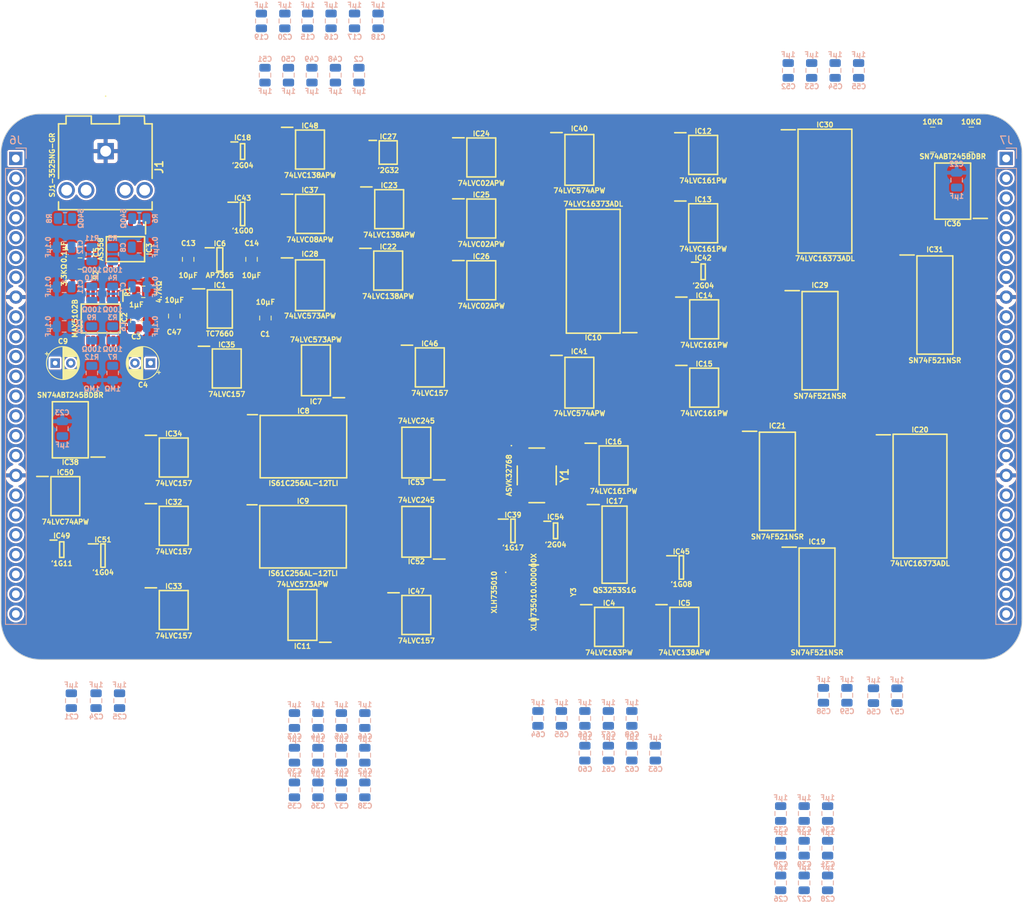
<source format=kicad_pcb>
(kicad_pcb (version 20221018) (generator pcbnew)
  (layers (0 "F.Cu" signal) (31 "B.Cu" signal) (36 "B.SilkS" user "B.Silkscreen") (37 "F.SilkS" user "F.Silkscreen") (38 "B.Mask" user) (39 "F.Mask" user) (44 "Edge.Cuts" user))
  (net 0 "")
  (net 1 "Net-(IC1-CAP+)")
  (net 2 "Net-(IC1-CAP-)")
  (net 3 "/Sound Clock/GND")
  (net 4 "/Sound Clock/-5V")
  (net 5 "/Sound Clock/5V")
  (net 6 "Net-(IC2-OUTA)")
  (net 7 "Net-(C4-Pad2)")
  (net 8 "Net-(IC2-REF)")
  (net 9 "Net-(C6-Pad2)")
  (net 10 "Net-(C7-Pad2)")
  (net 11 "Net-(IC3-IN_1+)")
  (net 12 "Net-(IC2-OUTB)")
  (net 13 "Net-(C9-Pad2)")
  (net 14 "Net-(C10-Pad2)")
  (net 15 "Net-(C11-Pad2)")
  (net 16 "Net-(IC3-IN_2+)")
  (net 17 "/Sound Clock/3.3V")
  (net 20 "/Sound Clock/MAX_{~{WR}}")
  (net 21 "/Sound Clock/MAX7")
  (net 22 "/Sound Clock/MAX6")
  (net 23 "/Sound Clock/MAX5")
  (net 24 "/Sound Clock/MAX4")
  (net 25 "/Sound Clock/MAX3")
  (net 26 "/Sound Clock/MAX2")
  (net 27 "/Sound Clock/MAX1")
  (net 28 "/Sound Clock/MAX0")
  (net 29 "/Sound Clock/MAX_{A0}")
  (net 30 "Net-(IC3-IN_1-)")
  (net 31 "Net-(IC3-IN_2-)")
  (net 32 "/Sound Clock/~{CLK}")
  (net 33 "/Sound Clock/10MHz")
  (net 34 "/Sound Clock/Q3")
  (net 35 "/Sound Clock/Q2")
  (net 36 "/Sound Clock/Q1")
  (net 37 "/Sound Clock/Q0")
  (net 40 "/Sound Clock/~{WR}_{B}")
  (net 42 "/Sound Clock/~{WR}_{A}")
  (net 45 "/Sound Clock/DA0")
  (net 46 "/Sound Clock/DA1")
  (net 47 "/Sound Clock/DA2")
  (net 48 "/Sound Clock/DA3")
  (net 49 "/Sound Clock/DA4")
  (net 50 "/Sound Clock/DA5")
  (net 51 "/Sound Clock/DA6")
  (net 52 "/Sound Clock/DA7")
  (net 53 "/Sound Clock/Sound Address")
  (net 54 "/Sound Clock/A ~{OE}")
  (net 55 "/Sound Clock/M11")
  (net 56 "/Sound Clock/M9")
  (net 57 "/Sound Clock/M8")
  (net 58 "/Sound Clock/M13")
  (net 59 "/Sound Clock/A ~{WE}")
  (net 60 "/Sound Clock/M14")
  (net 61 "/Sound Clock/M12")
  (net 62 "/Sound Clock/M7")
  (net 63 "/Sound Clock/M6")
  (net 64 "/Sound Clock/M5")
  (net 65 "/Sound Clock/M4")
  (net 66 "/Sound Clock/M3")
  (net 67 "/Sound Clock/M2")
  (net 68 "/Sound Clock/M1")
  (net 69 "/Sound Clock/M0")
  (net 70 "/Sound Clock/B ~{OE}")
  (net 71 "/Sound Clock/M10")
  (net 72 "/Sound Clock/B ~{WE}")
  (net 73 "/Sound Clock/~{Sound Address}")
  (net 74 "/Sound Clock/DB0")
  (net 75 "/Sound Clock/DB1")
  (net 76 "/Sound Clock/DB2")
  (net 77 "/Sound Clock/DB3")
  (net 78 "/Sound Clock/DB4")
  (net 79 "/Sound Clock/DB5")
  (net 80 "/Sound Clock/DB6")
  (net 81 "/Sound Clock/DB7")
  (net 82 "/Sound Clock/~{CPU Address}")
  (net 83 "/Sound Clock/LC0")
  (net 84 "/Sound Clock/LC1")
  (net 85 "/Sound Clock/LC2")
  (net 86 "/Sound Clock/LC3")
  (net 87 "/Sound Clock/LC4")
  (net 88 "/Sound Clock/LC5")
  (net 89 "/Sound Clock/LC6")
  (net 90 "/Sound Clock/LC7")
  (net 91 "/Sound Clock/LC8")
  (net 92 "/Sound Clock/LC9")
  (net 93 "/Sound Clock/LC10")
  (net 94 "/Sound Clock/LC11")
  (net 95 "/Sound Clock/LC12")
  (net 96 "/Sound Clock/LC13")
  (net 97 "/Sound Clock/LC14")
  (net 98 "/Sound Clock/Write Start Address High")
  (net 99 "/Sound Clock/D7")
  (net 100 "/Sound Clock/D6")
  (net 101 "/Sound Clock/D5")
  (net 102 "/Sound Clock/D4")
  (net 103 "/Sound Clock/D3")
  (net 104 "/Sound Clock/D2")
  (net 105 "/Sound Clock/D1")
  (net 106 "/Sound Clock/D0")
  (net 107 "/Sound Clock/Write Start Address Low")
  (net 108 "/Sound Clock/~{Reset}")
  (net 109 "/Sound Clock/CLK")
  (net 110 "/Sound Clock/C3")
  (net 111 "/Sound Clock/C2")
  (net 112 "/Sound Clock/C1")
  (net 113 "/Sound Clock/C0")
  (net 114 "/Sound Clock/TC_{0..3}")
  (net 115 "/Sound Clock/C7")
  (net 116 "/Sound Clock/C6")
  (net 117 "/Sound Clock/C5")
  (net 118 "/Sound Clock/C4")
  (net 119 "/Sound Clock/TC_{4..7}")
  (net 120 "/Sound Clock/C11")
  (net 121 "/Sound Clock/C10")
  (net 122 "/Sound Clock/C9")
  (net 123 "/Sound Clock/C8")
  (net 124 "/Sound Clock/TC_{8..11}")
  (net 126 "/Sound Clock/C14")
  (net 127 "/Sound Clock/C13")
  (net 128 "/Sound Clock/C12")
  (net 129 "/Sound Clock/32KHz")
  (net 131 "/Sound Clock/4KHz")
  (net 132 "/Sound Clock/8KHz")
  (net 133 "/Sound Clock/16KHz")
  (net 136 "/Sound Clock/Device ~{CS}")
  (net 137 "/Sound Clock/CPU A ~{OE}")
  (net 138 "/Sound Clock/CPU A ~{WE}")
  (net 140 "/Sound Clock/Device CS")
  (net 141 "Net-(IC19-~{OE})")
  (net 142 "/Sound Clock/EC8")
  (net 143 "/Sound Clock/EC9")
  (net 144 "/Sound Clock/EC10")
  (net 145 "/Sound Clock/EC11")
  (net 146 "/Sound Clock/EC12")
  (net 147 "/Sound Clock/EC13")
  (net 148 "/Sound Clock/EC14")
  (net 149 "/Sound Clock/EC0")
  (net 150 "/Sound Clock/EC1")
  (net 151 "/Sound Clock/EC2")
  (net 152 "/Sound Clock/EC3")
  (net 153 "/Sound Clock/EC4")
  (net 154 "/Sound Clock/EC5")
  (net 155 "/Sound Clock/EC6")
  (net 156 "/Sound Clock/EC7")
  (net 158 "/Sound Clock/Write End Address High")
  (net 159 "/Sound Clock/Write End Address Low")
  (net 160 "/Sound Clock/A0")
  (net 161 "/Sound Clock/A1")
  (net 162 "/Sound Clock/A2")
  (net 163 "/Sound Clock/A3")
  (net 164 "/Sound Clock/Write Interrupt Address High ~{CS}")
  (net 165 "/Sound Clock/Write Interrupt Address Low ~{CS}")
  (net 166 "/Sound Clock/Write End Address High ~{CS}")
  (net 167 "/Sound Clock/Write End Address Low ~{CS}")
  (net 168 "/Sound Clock/Write Start Address High ~{CS}")
  (net 169 "/Sound Clock/Write Start Address Low ~{CS}")
  (net 170 "/Sound Clock/Read Address High ~{CS}")
  (net 171 "/Sound Clock/Read Address Low ~{CS}")
  (net 172 "/Sound Clock/~{WD}")
  (net 173 "/Sound Clock/Write Interrupt Address Low")
  (net 174 "/Sound Clock/Write Interrupt Address High")
  (net 175 "/Sound Clock/~{RD}")
  (net 176 "/Sound Clock/Read Address Low")
  (net 177 "/Sound Clock/Read Address High")
  (net 185 "/Sound Clock/IC0")
  (net 186 "/Sound Clock/IC1")
  (net 187 "/Sound Clock/IC2")
  (net 188 "/Sound Clock/IC3")
  (net 189 "/Sound Clock/IC4")
  (net 190 "/Sound Clock/IC5")
  (net 191 "/Sound Clock/IC6")
  (net 192 "/Sound Clock/IC7")
  (net 193 "Net-(IC29-~{P=Q})")
  (net 194 "/Sound Clock/IC8")
  (net 195 "/Sound Clock/IC9")
  (net 196 "/Sound Clock/IC10")
  (net 197 "/Sound Clock/IC11")
  (net 198 "/Sound Clock/IC12")
  (net 199 "/Sound Clock/IC13")
  (net 200 "/Sound Clock/IC14")
  (net 202 "/Sound Clock/A4")
  (net 203 "/Sound Clock/A5")
  (net 204 "/Sound Clock/A6")
  (net 205 "/Sound Clock/A7")
  (net 206 "/Sound Clock/A8")
  (net 207 "/Sound Clock/A9")
  (net 208 "/Sound Clock/A10")
  (net 209 "/Sound Clock/A11")
  (net 210 "/Sound Clock/A12")
  (net 211 "/Sound Clock/A13")
  (net 212 "/Sound Clock/A14")
  (net 214 "/Sound Clock/D7_{IN{slash}OUT}")
  (net 215 "/Sound Clock/D6_{IN{slash}OUT}")
  (net 216 "/Sound Clock/D5_{IN{slash}OUT}")
  (net 217 "/Sound Clock/D4_{IN{slash}OUT}")
  (net 218 "/Sound Clock/D3_{IN{slash}OUT}")
  (net 219 "/Sound Clock/D2_{IN{slash}OUT}")
  (net 220 "/Sound Clock/D1_{IN{slash}OUT}")
  (net 221 "/Sound Clock/D0_{IN{slash}OUT}")
  (net 222 "/Sound Clock/~{Reset} _{IN}")
  (net 223 "/Sound Clock/~{WD}_{IN}")
  (net 224 "/Sound Clock/~{RD}_{IN}")
  (net 225 "/Sound Clock/A16")
  (net 227 "/Sound Clock/~{Read Address Low}")
  (net 228 "/Sound Clock/~{Read Address High}")
  (net 229 "/Sound Clock/CPU B ~{OE}")
  (net 230 "/Sound Clock/CPU B ~{WE}")
  (net 233 "/Sound Clock/Line Out Right")
  (net 234 "/Sound Clock/Line Out Left")
  (net 246 "/Sound Clock/A15")
  (net 258 "/Sound Clock/Enable")
  (net 259 "/Sound Clock/~{End} _{CMP}")
  (net 260 "/Sound Clock/Clock Select _{S1}")
  (net 261 "/Sound Clock/Clock Select _{S0}")
  (net 262 "/Sound Clock/Write Flags ~{CS}")
  (net 263 "/Sound Clock/Clear Interrupt ~{CS}")
  (net 264 "/Sound Clock/Reset Disable ~{CS}")
  (net 269 "/Sound Clock/Clear Interrupt")
  (net 270 "/Sound Clock/Write Flags")
  (net 271 "/Sound Clock/Interrupt Enable")
  (net 272 "/Sound Clock/~{Interrupt} _{CMP}")
  (net 273 "/Sound Clock/Device ~{CS} _{IN}")
  (net 274 "Net-(IC49-Y)")
  (net 275 "/Sound Clock/~{Clear Interrupt}")
  (net 279 "/Sound Clock/Config ~{CS}")
  (net 281 "Net-(IC27A-1B)")
  (net 282 "Net-(IC28-Q2)")
  (net 283 "/Sound Clock/CPU A ~{OE}·~{WE}")
  (net 284 "/Sound Clock/CPU B ~{OE}·~{WE}")
  (net 290 "/Sound Clock/~{Enable} _{OUT}")
  (net 291 "/Sound Clock/~{Q3}")
  (net 292 "Net-(IC17-YA)")
  (net 294 "/Sound Clock/~{Interrupt} _{OUT}")
  (footprint "SamacSys_Parts:SOP64P1025X280-48N" (layer "F.Cu") (at 185.039 47.371)
    (fp_text reference "IC30")
    (fp_text value "74LVC16373ADL,118" hide)
  )
  (footprint "SamacSys_Parts:SOP65P640X110-16N" (layer "F.Cu") (at 169.549 72.573)
    (fp_text reference "IC15")
    (fp_text value "74LVC161PW,112" hide)
  )
  (footprint "SamacSys_Parts:SOP65P640X120-20N" (layer "F.Cu") (at 132.639 91.059 180)
    (fp_text reference "IC52")
    (fp_text value "74LVC245AT20" hide)
  )
  (footprint "SamacSys_Parts:SOIC127P602X173-16N" (layer "F.Cu") (at 158.057 92.71)
    (fp_text reference "IC17")
    (fp_text value "QS3253S1G")
  )
  (footprint "SamacSys_Parts:SOIC127P780X200-20N" (layer "F.Cu") (at 178.943 84.582)
    (fp_text reference "IC21")
    (fp_text value "SN74F521NSR")
  )
  (footprint "SamacSys_Parts:SOP65P640X110-16N" (layer "F.Cu") (at 118.999 42.037)
    (fp_text reference "IC48")
    (fp_text value "74LVC138APW-Q100J" hide)
  )
  (footprint "SamacSys_Parts:C_0805" (layer "F.Cu") (at 89.495002 55.198002 -90)
    (fp_text reference "C5")
    (fp_text value "0.1μF")
  )
  (footprint "SamacSys_Parts:SOP64P1025X280-48N" (layer "F.Cu") (at 155.324001 57.65 180)
    (fp_text reference "IC10")
    (fp_text value "74LVC16373ADL,118" hide)
  )
  (footprint "SamacSys_Parts:C_0805" (layer "F.Cu") (at 101.6 63.373 180)
    (fp_text reference "C47")
    (fp_text value "10µF")
  )
  (footprint "SamacSys_Parts:SOP65P640X110-16N" (layer "F.Cu") (at 134.366 69.977)
    (fp_text reference "IC46")
    (fp_text value "74LVC157APW,118" hide)
  )
  (footprint "SamacSys_Parts:C_0805" (layer "F.Cu") (at 113.284 63.627 180)
    (fp_text reference "C1")
    (fp_text value "10µF")
  )
  (footprint "SamacSys_Parts:SOP65P640X110-20N" (layer "F.Cu") (at 118.034 101.727 180)
    (fp_text reference "IC11")
    (fp_text value "74LVC573APW,118" hide)
  )
  (footprint "SamacSys_Parts:SOP65P640X110-16N" (layer "F.Cu") (at 129.028 57.557)
    (fp_text reference "IC22")
    (fp_text value "74LVC138APW-Q100J" hide)
  )
  (footprint "SamacSys_Parts:SOP65P640X110-20N" (layer "F.Cu") (at 153.547001 71.938)
    (fp_text reference "IC41")
    (fp_text value "74LVC574APW,118" hide)
  )
  (footprint "SamacSys_Parts:SOP65P640X110-20N" (layer "F.Cu") (at 119.761 70.358 180)
    (fp_text reference "IC7")
    (fp_text value "74LVC573APW,118" hide)
  )
  (footprint "SamacSys_Parts:C_0805" (layer "F.Cu") (at 111.506 56.134)
    (fp_text reference "C14")
    (fp_text value "10µF")
  )
  (footprint "SamacSys_Parts:SOP65P210X110-6N" (layer "F.Cu") (at 110.363 42.291)
    (fp_text reference "IC18")
    (fp_text value "74LVC2G04GW-Q100H" hide)
  )
  (footprint "SamacSys_Parts:SOP65P210X110-6N" (layer "F.Cu") (at 87.168 93.345)
    (fp_text reference "IC49")
    (fp_text value "74LVC1G11GW-Q100H" hide)
  )
  (footprint "SamacSys_Parts:SOIC127P780X200-20N" (layer "F.Cu") (at 199.136 61.976)
    (fp_text reference "IC31")
    (fp_text value "SN74F521NSR")
  )
  (footprint "SamacSys_Parts:C_0805" (layer "F.Cu") (at 103.378 56.134)
    (fp_text reference "C13")
    (fp_text value "10µF")
  )
  (footprint "SamacSys_Parts:C_0805" (layer "F.Cu") (at 96.734002 63.961001 180)
    (fp_text reference "C3")
    (fp_text value "1μF")
  )
  (footprint "SamacSys_Parts:CAY16-J4" (layer "F.Cu") (at 198.882 40.767 180)
    (fp_text reference "RN2" hide)
    (fp_text value "CAY16-103J4LF" hide)
  )
  (footprint "SamacSys_Parts:SOP65P640X110-20N" (layer "F.Cu") (at 118.999 59.436)
    (fp_text reference "IC28")
    (fp_text value "74LVC573APW,118" hide)
  )
  (footprint "SamacSys_Parts:SOP65P640X110-16N" (layer "F.Cu") (at 157.353 103.251)
    (fp_text reference "IC4")
    (fp_text value "74LVC163PW,118" hide)
  )
  (footprint "SamacSys_Parts:SOP65P780X200-20N" (layer "F.Cu") (at 88.265 77.978 180)
    (fp_text reference "IC38")
    (fp_text value "SN74ABT245BDBR")
  )
  (footprint "SamacSys_Parts:SOP65P640X110-16N" (layer "F.Cu") (at 169.549001 63.81)
    (fp_text reference "IC14")
    (fp_text value "74LVC161PW,112" hide)
  )
  (footprint "SamacSys_Parts:SOP65P400X110-8N" (layer "F.Cu") (at 129.032 42.418)
    (fp_text reference "IC27")
    (fp_text value "74LVC2G32DP,125" hide)
  )
  (footprint "SamacSys_Parts:SOP64P1025X280-48N" (layer "F.Cu") (at 197.231 86.487)
    (fp_text reference "IC20")
    (fp_text value "74LVC16373ADL,118" hide)
  )
  (footprint "SamacSys_Parts:SOP65P640X110-16N" (layer "F.Cu") (at 101.524 101.092)
    (fp_text reference "IC33")
    (fp_text value "74LVC157APW,118" hide)
  )
  (footprint "SamacSys_Parts:R_0805" (layer "F.Cu") (at 97.623001 60.277999 90)
    (fp_text reference "R1")
    (fp_text value "4.7KΩ")
  )
  (footprint "SamacSys_Parts:R_0805" (layer "F.Cu") (at 89.495002 58.119001 -90)
    (fp_text reference "R2")
    (fp_text value "3.3KΩ")
  )
  (footprint "SamacSys_Parts:SOP65P640X110-14N" (layer "F.Cu") (at 140.97 58.801)
    (fp_text reference "IC26")
    (fp_text value "74LVC02APW,118" hide)
  )
  (footprint "SamacSys_Parts:SOIC127P600X175-8N" (layer "F.Cu") (at 95.337003 54.817001 -90)
    (fp_text reference "IC3")
    (fp_text value "AS358AMTR-G1" hide)
  )
  (footprint "SamacSys_Parts:SOP65P640X110-14N" (layer "F.Cu") (at 118.999 50.292)
    (fp_text reference "IC37")
    (fp_text value "74LVC08APW,112" hide)
  )
  (footprint "Capacitor_THT:CP_Radial_D4.0mm_P2.00mm" (layer "F.Cu") (at 86.320002 69.422001)
    (fp_text reference "C9")
    (fp_text value "C_Polarized")
  )
  (footprint "SamacSys_Parts:SOT95P285X130-5N" (layer "F.Cu") (at 107.442 56.134)
    (fp_text reference "IC6")
    (fp_text value "AP7365-33WG-7" hide)
  )
  (footprint "SamacSys_Parts:SOP65P640X110-14N" (layer "F.Cu") (at 87.63 86.487)
    (fp_text reference "IC50")
    (fp_text value "74LVC74APW,118" hide)
  )
  (footprint "SamacSys_Parts:SOP65P640X110-16N" (layer "F.Cu") (at 169.422001 51.491)
    (fp_text reference "IC13")
    (fp_text value "74LVC161PW,112" hide)
  )
  (footprint "SamacSys_Parts:SOP65P210X110-6N" (layer "F.Cu") (at 150.495 90.932)
    (fp_text reference "IC54")
    (fp_text value "74LVC2G04GW-Q100H" hide)
  )
  (footprint "SamacSys_Parts:SJ13525NGGR" (layer "F.Cu") (at 92.797 42.244 -90)
    (fp_text reference "J1")
    (fp_text value "SJ1-3525NG-GR")
  )
  (footprint "NetTie:NetTie-2_SMD_Pad0.5mm" (layer "F.Cu") (at 160.274 103.505 180)
    (fp_text reference "NT1" hide)
    (fp_text value "NetTie" hide)
  )
  (footprint "SamacSys_Parts:SOP65P210X110-6N" (layer "F.Cu") (at 169.422001 57.714)
    (fp_text reference "IC42")
    (fp_text value "74LVC2G04GW-Q100H" hide)
  )
  (footprint "SamacSys_Parts:XLH735010000000X" (layer "F.Cu") (at 147.701 98.806 -90)
    (fp_text reference "Y3")
    (fp_text value "XLH735010.000000X")
  )
  (footprint "SamacSys_Parts:SOT95P275X110-5N" (layer "F.Cu") (at 145.034 90.932)
    (fp_text reference "IC39")
    (fp_text value "74LVC1G17GV,125" hide)
  )
  (footprint "SamacSys_Parts:SOP65P640X110-14N" (layer "F.Cu") (at 140.97 43.053)
    (fp_text reference "IC24")
    (fp_text value "74LVC02APW,118" hide)
  )
  (footprint "SamacSys_Parts:SOP65P640X110-16N" (layer "F.Cu") (at 101.524 90.297)
    (fp_text reference "IC32")
    (fp_text value "74LVC157APW,118" hide)
  )
  (footprint "SamacSys_Parts:SOP65P640X110-16N" (layer "F.Cu") (at 92.162 63.707002 -90)
    (fp_text reference "IC2")
    (fp_text value "MAX5102BEUE+T" hide)
  )
  (footprint "SamacSys_Parts:SOP65P640X110-16N" (layer "F.Cu") (at 132.639 101.727)
    (fp_text reference "IC47")
    (fp_text value "74LVC157APW,118" hide)
  )
  (footprint "SamacSys_Parts:SOP65P780X200-20N" (layer "F.Cu") (at 201.422 47.371 180)
    (fp_text reference "IC36")
    (fp_text value "SN74ABT245BDBR")
  )
  (footprint "SamacSys_Parts:SOP65P640X120-20N" (layer "F.Cu") (at 132.639 80.899 180)
    (fp_text reference "IC53")
    (fp_text value "74LVC245AT20" hide)
  )
  (footprint "SamacSys_Parts:SOIC127P780X200-20N" (layer "F.Cu") (at 184.023 99.441)
    (fp_text reference "IC19")
    (fp_text value "SN74F521NSR")
  )
  (footprint "SamacSys_Parts:SOP65P640X110-16N" (layer "F.Cu") (at 108.327 70.115)
    (fp_text reference "IC35")
    (fp_text value "74LVC157APW,118" hide)
  )
  (footprint "SamacSys_Parts:SOP65P640X110-16N" (layer "F.Cu") (at 101.524 81.534)
    (fp_text reference "IC34")
    (fp_text value "74LVC157APW,118" hide)
  )
  (footprint "SamacSys_Parts:SOP65P640X110-14N" (layer "F.Cu") (at 140.97 50.881)
    (fp_text reference "IC25")
    (fp_text value "74LVC02APW,118" hide)
  )
  (footprint "SamacSys_Parts:SOP55P1340X120-28N" (layer "F.Cu") (at 118.11 91.694)
    (fp_text reference "IC9")
    (fp_text value "IS61C256AL-12TLI")
  )
  (footprint "SamacSys_Parts:SOIC127P780X200-20N" (layer "F.Cu") (at 184.404 66.548)
    (fp_text reference "IC29")
    (fp_text value "SN74F521NSR")
  )
  (footprint "SamacSys_Parts:SOT95P275X110-5N" (layer "F.Cu") (at 166.624 95.631)
    (fp_text reference "IC45")
    (fp_text value "74LVC1G08GV,125" hide)
  )
  (footprint "SamacSys_Parts:SOP65P640X110-16N" (layer "F.Cu") (at 157.93 82.55)
    (fp_text reference "IC16")
    (fp_text value "74LVC161PW,112" hide)
  )
  (footprint "SamacSys_Parts:ASVK32768KHZLJT" (layer "F.Cu") (at 148.082 83.82 -90)
    (fp_text reference "Y1")
    (fp_text value "ASVK-32.768KHZ-LJT" hide)
  )
  (footprint "SamacSys_Parts:SOP55P1340X120-28N" (layer "F.Cu") (at 118.161 80.137)
    (fp_text reference "IC8")
    (fp_text value "IS61C256AL-12TLI")
  )
  (footprint "Capacitor_THT:CP_Radial_D4.0mm_P2.00mm" (layer "F.Cu") (at 98.552198 69.422001 180)
    (fp_text reference "C4")
    (fp_text value "C_Polarized")
  )
  (footprint "SamacSys_Parts:CAY16-J4" (layer "F.Cu") (at 203.835 40.767 180)
    (fp_text reference "RN1" hide)
    (fp_text value "CAY16-103J4LF" hide)
  )
  (footprint "SamacSys_Parts:SOIC127P600X175-8N" (layer "F.Cu") (at 107.442 62.484)
    (fp_text reference "IC1")
    (fp_text value "TC7660EOA" hide)
  )
  (footprint "SamacSys_Parts:SOP65P640X110-16N" (layer "F.Cu") (at 167.005 103.251)
    (fp_text reference "IC5")
    (fp_text value "74LVC138APW-Q100J" hide)
  )
  (footprint "SamacSys_Parts:SOP65P640X110-20N" (layer "F.Cu") (at 153.547001 43.363)
    (fp_text reference "IC40")
    (fp_text value "74LVC574APW,118" hide)
  )
  (footprint "SamacSys_Parts:SOP65P640X110-16N" (layer "F.Cu") (at 129.155 49.683)
    (fp_text reference "IC23")
    (fp_text value "74LVC138APW-Q100J" hide)
  )
  (footprint "SamacSys_Parts:SOT95P275X110-5N" (layer "F.Cu") (at 92.456 94.107)
    (fp_text reference "IC51")
    (fp_text value "74LVC1G04GV,125" hide)
  )
  (footprint "SamacSys_Parts:SOP65P640X110-16N" (layer "F.Cu") (at 169.422001 42.728)
    (fp_text reference "IC12")
    (fp_text value "74LVC161PW,112" hide)
  )
  (footprint "SamacSys_Parts:SOT95P275X110-5N" (layer "F.Cu") (at 110.363 50.292)
    (fp_text reference "IC43")
    (fp_text value "74LVC1G00GV,125" hide)
  )
  (footprint "SamacSys_Parts:C_0805" (layer "B.Cu") (at 118.693999 25.527)
    (fp_text reference "C15")
    (fp_text value "1μF")
  )
  (footprint "SamacSys_Parts:C_0805" (layer "B.Cu") (at 185.382 131.617001)
    (fp_text reference "C31")
    (fp_text value "1μF")
  )
  (footprint "Connector_PinHeader_2.54mm:PinHeader_1x24_P2.54mm_Vertical" (layer "B.Cu") (at 81.28 43.18 180)
    (fp_text reference "J6")
    (fp_text value "Conn_01x24_Pin")
  )
  (footprint "SamacSys_Parts:C_0805" (layer "B.Cu") (at 123.025 119.689)
    (fp_text reference "C41")
    (fp_text value "1μF")
  )
  (footprint "SamacSys_Parts:C_0805" (layer "B.Cu") (at 120.015 115.239)
    (fp_text reference "C44")
    (fp_text value "1μF")
  )
  (footprint "SamacSys_Parts:R_0805" (layer "B.Cu") (at 93.686002 65.612 180)
    (fp_text reference "R3")
    (fp_text value "100Ω")
  )
  (footprint "SamacSys_Parts:C_0805" (layer "B.Cu") (at 179.362 127.167001)
    (fp_text reference "C32")
    (fp_text value "1μF")
  )
  (footprint "SamacSys_Parts:C_0805" (layer "B.Cu") (at 126.035 124.139)
    (fp_text reference "C38")
    (fp_text value "1μF")
  )
  (footprint "SamacSys_Parts:R_0805" (layer "B.Cu") (at 91.009 65.612 180)
    (fp_text reference "R9")
    (fp_text value "100Ω")
  )
  (footprint "SamacSys_Parts:C_0805" (layer "B.Cu") (at 116.243 32.512 180)
    (fp_text reference "C50")
    (fp_text value "1μF")
  )
  (footprint "SamacSys_Parts:C_0805" (layer "B.Cu") (at 122.263 32.512 180)
    (fp_text reference "C48")
    (fp_text value "1μF")
  )
  (footprint "SamacSys_Parts:C_0805" (layer "B.Cu") (at 117.005 119.689)
    (fp_text reference "C39")
    (fp_text value "1μF")
  )
  (footprint "SamacSys_Parts:C_0805" (layer "B.Cu") (at 123.025 124.139)
    (fp_text reference "C37")
    (fp_text value "1μF")
  )
  (footprint "SamacSys_Parts:C_0805" (layer "B.Cu") (at 163.284 119.425)
    (fp_text reference "C63")
    (fp_text value "1μF")
  )
  (footprint "SamacSys_Parts:C_0805" (layer "B.Cu") (at 151.244 114.975)
    (fp_text reference "C65")
    (fp_text value "1μF")
  )
  (footprint "SamacSys_Parts:C_0805" (layer "B.Cu") (at 115.772999 25.532)
    (fp_text reference "C20")
    (fp_text value "1μF")
  )
  (footprint "SamacSys_Parts:C_0805" (layer "B.Cu") (at 179.362 136.067001)
    (fp_text reference "C26")
    (fp_text value "1μF")
  )
  (footprint "SamacSys_Parts:C_0805" (layer "B.Cu") (at 119.253 32.512 180)
    (fp_text reference "C49")
    (fp_text value "1μF")
  )
  (footprint "SamacSys_Parts:C_0805" (layer "B.Cu") (at 189.357 31.877)
    (fp_text reference "C55")
    (fp_text value "1μF")
  )
  (footprint "SamacSys_Parts:C_0805" (layer "B.Cu") (at 121.703999 25.527)
    (fp_text reference "C16")
    (fp_text value "1μF")
  )
  (footprint "SamacSys_Parts:C_0805" (layer "B.Cu") (at 160.274 119.425)
    (fp_text reference "C62")
    (fp_text value "1μF")
  )
  (footprint "SamacSys_Parts:C_0805" (layer "B.Cu") (at 117.005 115.239)
    (fp_text reference "C43")
    (fp_text value "1μF")
  )
  (footprint "SamacSys_Parts:C_0805" (layer "B.Cu") (at 87.463002 54.563002 90)
    (fp_text reference "C12")
    (fp_text value "0.1μF")
  )
  (footprint "SamacSys_Parts:C_0805" (layer "B.Cu") (at 184.848 112.009)
    (fp_text reference "C58")
    (fp_text value "1μF")
  )
  (footprint "SamacSys_Parts:C_0805" (layer "B.Cu") (at 157.264 114.975)
    (fp_text reference "C67")
    (fp_text value "1μF")
  )
  (footprint "SamacSys_Parts:C_0805" (layer "B.Cu") (at 126.035 119.689)
    (fp_text reference "C42")
    (fp_text value "1μF")
  )
  (footprint "SamacSys_Parts:R_0805" (layer "B.Cu") (at 93.686002 60.532002 180)
    (fp_text reference "R4")
    (fp_text value "100Ω")
  )
  (footprint "SamacSys_Parts:C_0805" (layer "B.Cu") (at 201.93 45.974 180)
    (fp_text reference "C22")
    (fp_text value "1μF")
  )
  (footprint "SamacSys_Parts:C_0805" (layer "B.Cu") (at 120.015 124.139001)
    (fp_text reference "C36")
    (fp_text value "1μF")
  )
  (footprint "SamacSys_Parts:C_0805" (layer "B.Cu") (at 94.576999 112.699)
    (fp_text reference "C25")
    (fp_text value "1μF")
  )
  (footprint "SamacSys_Parts:C_0805" (layer "B.Cu") (at 154.254 119.425)
    (fp_text reference "C60")
    (fp_text value "1μF")
  )
  (footprint "SamacSys_Parts:C_0805" (layer "B.Cu") (at 88.392 112.699)
    (fp_text reference "C21")
    (fp_text value "1μF")
  )
  (footprint "SamacSys_Parts:C_0805" (layer "B.Cu") (at 87.463002 59.642999 90)
    (fp_text reference "C11")
    (fp_text value "0.1μF")
  )
  (footprint "SamacSys_Parts:C_0805" (layer "B.Cu") (at 117.005 124.139)
    (fp_text reference "C35")
    (fp_text value "1μF")
  )
  (footprint "SamacSys_Parts:C_0805" (layer "B.Cu") (at 154.253999 114.975)
    (fp_text reference "C66")
    (fp_text value "1μF")
  )
  (footprint "SamacSys_Parts:C_0805" (layer "B.Cu") (at 182.372 131.617)
    (fp_text reference "C30")
    (fp_text value "1μF")
  )
  (footprint "SamacSys_Parts:C_0805" (layer "B.Cu") (at 87.463002 64.723002 90)
    (fp_text reference "C10")
    (fp_text value "0.1μF")
  )
  (footprint "SamacSys_Parts:R_0805" (layer "B.Cu") (at 91.019 55.452001 180)
    (fp_text reference "R11")
    (fp_text value "100Ω")
  )
  (footprint "SamacSys_Parts:C_0805" (layer "B.Cu") (at 180.327 31.877)
    (fp_text reference "C52")
    (fp_text value "1μF")
  )
  (footprint "SamacSys_Parts:C_0805" (layer "B.Cu") (at 160.274 114.975)
    (fp_text reference "C68")
    (fp_text value "1μF")
  )
  (footprint "SamacSys_Parts:C_0805" (layer "B.Cu") (at 187.858 112.009)
    (fp_text reference "C59")
    (fp_text value "1μF")
  )
  (footprint "SamacSys_Parts:C_0805" (layer "B.Cu") (at 127.724 25.527)
    (fp_text reference "C18")
    (fp_text value "1μF")
  )
  (footprint "SamacSys_Parts:C_0805" (layer "B.Cu") (at 97.115 59.643002 -90)
    (fp_text reference "C7")
    (fp_text value "0.1μF")
  )
  (footprint "SamacSys_Parts:R_0805" (layer "B.Cu") (at 93.686002 70.692002 180)
    (fp_text reference "R7")
    (fp_text value "1MΩ")
  )
  (footprint "SamacSys_Parts:C_0805" (layer "B.Cu") (at 91.567 112.699)
    (fp_text reference "C24")
    (fp_text value "1μF")
  )
  (footprint "SamacSys_Parts:R_0805" (layer "B.Cu") (at 91.019 60.532002 180)
    (fp_text reference "R10")
    (fp_text value "100Ω")
  )
  (footprint "SamacSys_Parts:C_0805" (layer "B.Cu") (at 126.035 115.239)
    (fp_text reference "C46")
    (fp_text value "1μF")
  )
  (footprint "SamacSys_Parts:C_0805" (layer "B.Cu") (at 124.714 25.527)
    (fp_text reference "C17")
    (fp_text value "1μF")
  )
  (footprint "SamacSys_Parts:C_0805" (layer "B.Cu") (at 182.372 136.067002)
    (fp_text reference "C27")
    (fp_text value "1μF")
  )
  (footprint "SamacSys_Parts:C_0805" (layer "B.Cu") (at 194.272 112.059)
    (fp_text reference "C57")
    (fp_text value "1μF")
  )
  (footprint "SamacSys_Parts:C_0805" (layer "B.Cu") (at 112.763 25.532)
    (fp_text reference "C19")
    (fp_text value "1μF")
  )
  (footprint "Connector_PinHeader_2.54mm:PinHeader_1x24_P2.54mm_Vertical" (layer "B.Cu") (at 208.28 43.18 180)
    (fp_text reference "J7")
    (fp_text value "Conn_01x24_Pin")
  )
  (footprint "SamacSys_Parts:C_0805" (layer "B.Cu") (at 97.115 54.563001 -90)
    (fp_text reference "C8")
    (fp_text value "0.1μF")
  )
  (footprint "SamacSys_Parts:C_0805" (layer "B.Cu") (at 186.347 31.877)
    (fp_text reference "C54")
    (fp_text value "1μF")
  )
  (footprint "SamacSys_Parts:C_0805" (layer "B.Cu") (at 179.362 131.617001)
    (fp_text reference "C29")
    (fp_text value "1μF")
  )
  (footprint "SamacSys_Parts:C_0805" (layer "B.Cu") (at 125.273 32.512 180)
    (fp_text reference "C2")
    (fp_text value "1μF")
  )
  (footprint "SamacSys_Parts:C_0805" (layer "B.Cu") (at 148.234001 114.975)
    (fp_text reference "C64")
    (fp_text value "1μF")
  )
  (footprint "SamacSys_Parts:C_0805" (layer "B.Cu") (at 191.262 112.059)
    (fp_text reference "C56")
    (fp_text value "1μF")
  )
  (footprint "SamacSys_Parts:C_0805" (layer "B.Cu") (at 113.233 32.512 180)
    (fp_text reference "C51")
    (fp_text value "1μF")
  )
  (footprint "SamacSys_Parts:R_0805" (layer "B.Cu") (at 87.590002 50.88 -90)
    (fp_text reference "R8")
    (fp_text value "540Ω")
  )
  (footprint "SamacSys_Parts:C_0805" (layer "B.Cu") (at 97.115 64.723001 -90)
    (fp_text reference "C6")
    (fp_text value "0.1μF")
  )
  (footprint "SamacSys_Parts:R_0805" (layer "B.Cu") (at 91.019 70.692002 180)
    (fp_text reference "R12")
    (fp_text value "1MΩ")
  )
  (footprint "SamacSys_Parts:C_0805" (layer "B.Cu") (at 123.025 115.239)
    (fp_text reference "C45")
    (fp_text value "1μF")
  )
  (footprint "SamacSys_Parts:C_0805" (layer "B.Cu") (at 185.382 127.167001)
    (fp_text reference "C34")
    (fp_text value "1μF")
  )
  (footprint "SamacSys_Parts:C_0805" (layer "B.Cu") (at 185.382 136.067001)
    (fp_text reference "C28")
    (fp_text value "1μF")
  )
  (footprint "SamacSys_Parts:C_0805" (layer "B.Cu") (at 183.337 31.876999)
    (fp_text reference "C53")
    (fp_text value "1μF")
  )
  (footprint "SamacSys_Parts:C_0805" (layer "B.Cu") (at 157.264 119.425)
    (fp_text reference "C61")
    (fp_text value "1μF")
  )
  (footprint "SamacSys_Parts:C_0805" (layer "B.Cu") (at 87.249 77.851 180)
    (fp_text reference "C23")
    (fp_text value "1μF")
  )
  (footprint "SamacSys_Parts:R_0805" (layer "B.Cu") (at 93.686002 55.451999 180)
    (fp_text reference "R5")
    (fp_text value "100Ω")
  )
  (footprint "SamacSys_Parts:C_0805" (layer "B.Cu") (at 120.015 119.688999)
    (fp_text reference "C40")
    (fp_text value "1μF")
  )
  (footprint "SamacSys_Parts:C_0805" (layer "B.Cu") (at 182.372 127.167001)
    (fp_text reference "C33")
    (fp_text value "1μF")
  )
  (footprint "SamacSys_Parts:R_0805" (layer "B.Cu") (at 97.115 50.88 90)
    (fp_text reference "R6")
    (fp_text value "540Ω")
  )
  (gr_line (start 84.455 37.465) (end 205.232 37.465) (stroke (width 0.1)) (layer "Edge.Cuts"))
  (gr_arc (start 210.312 102.361999) (mid 208.824103 105.954102) (end 205.232 107.441999) (stroke (width 0.1)) (layer "Edge.Cuts"))
  (gr_arc (start 84.455 107.441999) (mid 80.862898 105.954101) (end 79.375 102.361999) (stroke (width 0.1)) (layer "Edge.Cuts"))
  (gr_arc (start 79.375 42.545) (mid 80.862898 38.952898) (end 84.455 37.465) (stroke (width 0.1)) (layer "Edge.Cuts"))
  (gr_line (start 210.312 102.361999) (end 210.312 42.545) (stroke (width 0.1)) (layer "Edge.Cuts"))
  (gr_line (start 79.375 102.361999) (end 79.375 42.545) (stroke (width 0.1)) (layer "Edge.Cuts"))
  (gr_arc (start 205.232 37.465) (mid 208.824102 38.952898) (end 210.312 42.545) (stroke (width 0.1)) (layer "Edge.Cuts"))
  (gr_line (start 84.455 107.441999) (end 205.232 107.441999) (stroke (width 0.1)) (layer "Edge.Cuts"))
  (zone (net 3) (net_name "/Sound Clock/GND") (layers "F&B.Cu") (connect_pads (clearance 0.25)) (min_thickness 0.25) (fill yes (thermal_gap 0.5) (thermal_bridge_width 0.5))
    (polygon (pts (xy 79.248 37.211) (xy 210.566 37.211) (xy 210.566 107.569) (xy 79.248 107.569)))
  )
)
</source>
